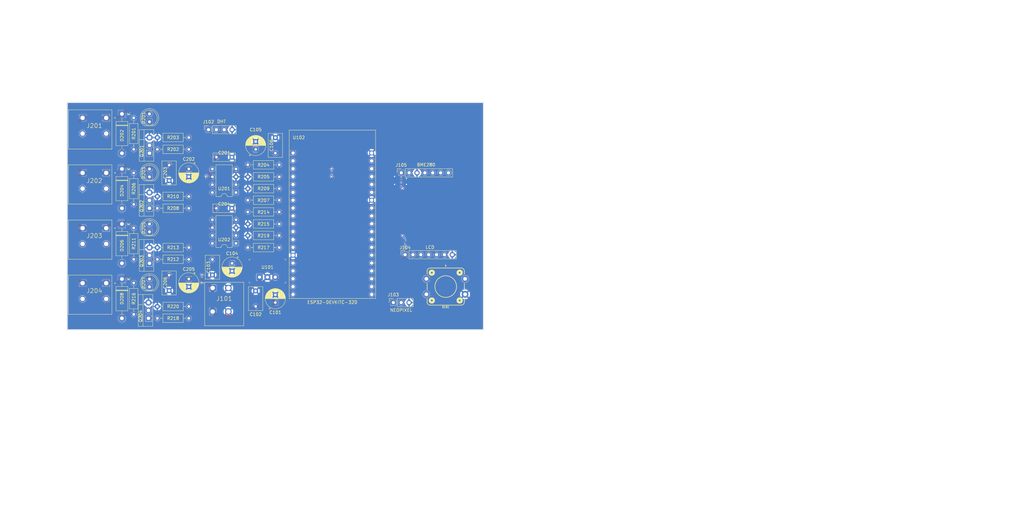
<source format=kicad_pcb>
(kicad_pcb (version 20211014) (generator pcbnew)
  (title_block (title "ESP32-Sprinkler-System") (date "2022-06-06") (rev "1") (company "J & R Creative Technologies Inc.") (comment 1 "@RangenMichael") (comment 2 "https://twitter.com/RangenMichael") (comment 3 "MIT License") (comment 4 "https://github.com/mrangen/ESP32-Sprinkler-System"))
  (layers (0 "F.Cu" signal) (31 "B.Cu" power) (34 "B.Paste" user) (35 "F.Paste" user) (36 "B.SilkS" user "B.Silkscreen") (37 "F.SilkS" user "F.Silkscreen") (38 "B.Mask" user) (39 "F.Mask" user) (44 "Edge.Cuts" user))
  (net 0 "")
  (net 1 "GND")
  (net 2 "5V")
  (net 3 "Net-(D201-Pad1)")
  (net 4 "3.3V")
  (net 5 "12V")
  (net 6 "Net-(D203-Pad1)")
  (net 7 "Net-(D205-Pad1)")
  (net 8 "Net-(D206-Pad2)")
  (net 9 "Net-(D207-Pad1)")
  (net 10 "Net-(D208-Pad2)")
  (net 11 "DHT")
  (net 13 "NEOPIXEL")
  (net 14 "CS")
  (net 15 "SCK")
  (net 16 "MOSI")
  (net 17 "D{slash}C")
  (net 18 "BACKLIGHT")
  (net 20 "SCL")
  (net 22 "SDA")
  (net 24 "Valve1")
  (net 25 "Net-(R204-Pad2)")
  (net 26 "Valve2")
  (net 27 "Net-(R207-Pad2)")
  (net 28 "Net-(R212-Pad1)")
  (net 29 "Valve3")
  (net 30 "Net-(R214-Pad2)")
  (net 31 "Valve4")
  (net 32 "Net-(R217-Pad2)")
  (net 33 "Net-(R218-Pad1)")
  (net 34 "SW_A")
  (net 42 "Valve5")
  (net 58 "Net-(D202-Pad2)")
  (net 59 "Net-(D204-Pad2)")
  (net 60 "Net-(Q201-Pad1)")
  (net 61 "Net-(Q202-Pad1)")
  (net 62 "Net-(Q203-Pad1)")
  (net 63 "Net-(Q204-Pad1)")
  (net 64 "Net-(R202-Pad1)")
  (net 65 "Net-(R208-Pad1)")
  (footprint "Package_DIP:DIP-8_W7.62mm" (layer "F.Cu") (at 112.61 106.68 180)
    (fp_text reference "U202")
    (fp_text value "MC33152PG")
  )
  (footprint "Capacitor_THT:CP_Radial_D6.3mm_P2.50mm" (layer "F.Cu") (at 97.38 82.64 -90)
    (fp_text reference "C202")
    (fp_text value "270uF_16V")
  )
  (footprint "TBL004-508-02BE-2GY:CUI_TBL004-508-02BE-2GY" (layer "F.Cu") (at 70.71 101.77 -90)
    (fp_text reference "J203")
    (fp_text value "TBL004-508-02BE-2GY")
  )
  (footprint "Resistor_THT:R_Axial_DIN0207_L6.3mm_D2.5mm_P10.16mm_Horizontal" (layer "F.Cu") (at 126.59 88.99 180)
    (fp_text reference "R209")
    (fp_text value "10k")
  )
  (footprint "Connector_PinSocket_2.54mm:PinSocket_1x07_P2.54mm_Vertical" (layer "F.Cu") (at 165.98 83.885 90)
    (fp_text reference "J105")
    (fp_text value "BME280")
  )
  (footprint "Package_DIP:DIP-8_W7.62mm" (layer "F.Cu") (at 112.61 90.25 180)
    (fp_text reference "U201")
    (fp_text value "MC33152PG")
  )
  (footprint "Resistor_THT:R_Axial_DIN0207_L6.3mm_D2.5mm_P10.16mm_Horizontal" (layer "F.Cu") (at 126.59 92.72 180)
    (fp_text reference "R207")
    (fp_text value "1k")
  )
  (footprint "Capacitor_THT:CP_Radial_D6.3mm_P2.50mm" (layer "F.Cu") (at 125.32 125.82 90)
    (fp_text reference "C101")
    (fp_text value "270uF_16V")
  )
  (footprint "Capacitor_THT:CP_Radial_D6.3mm_P2.50mm" (layer "F.Cu") (at 97.38 118.2 -90)
    (fp_text reference "C205")
    (fp_text value "270uF_16V")
  )
  (footprint "Resistor_THT:R_Axial_DIN0207_L6.3mm_D2.5mm_P10.16mm_Horizontal" (layer "F.Cu") (at 97.38 130.9 180)
    (fp_text reference "R218")
    (fp_text value "12_MetFilm_1W")
  )
  (footprint "Resistor_THT:R_Axial_DIN0207_L6.3mm_D2.5mm_P10.16mm_Horizontal" (layer "F.Cu") (at 126.59 96.53 180)
    (fp_text reference "R214")
    (fp_text value "1k")
  )
  (footprint "Resistor_THT:R_Axial_DIN0207_L6.3mm_D2.5mm_P10.16mm_Horizontal" (layer "F.Cu") (at 97.38 95.34 180)
    (fp_text reference "R208")
    (fp_text value "12_MetFilm_1W")
  )
  (footprint "LED_THT:LED_D5.0mm" (layer "F.Cu") (at 84.68 67.4 90)
    (fp_text reference "D201")
    (fp_text value "5mm")
  )
  (footprint "Resistor_THT:R_Axial_DIN0207_L6.3mm_D2.5mm_P10.16mm_Horizontal" (layer "F.Cu") (at 126.59 104.15 180)
    (fp_text reference "R219")
    (fp_text value "10k")
  )
  (footprint "TBL004-508-02BE-2GY:CUI_TBL004-508-02BE-2GY" (layer "F.Cu") (at 105.08 121.1075)
    (fp_text reference "J101")
    (fp_text value "12V")
  )
  (footprint "Resistor_THT:R_Axial_DIN0207_L6.3mm_D2.5mm_P10.16mm_Horizontal" (layer "F.Cu") (at 79.6 101.69 -90)
    (fp_text reference "R211")
    (fp_text value "1k")
  )
  (footprint "Diode_THT:D_DO-15_P12.70mm_Horizontal" (layer "F.Cu") (at 75.79 64.86 -90)
    (fp_text reference "D202")
    (fp_text value "SB240E-G")
  )
  (footprint "LED_THT:LED_D5.0mm" (layer "F.Cu") (at 84.68 102.96 90)
    (fp_text reference "D205")
    (fp_text value "5mm")
  )
  (footprint "Resistor_THT:R_Axial_DIN0207_L6.3mm_D2.5mm_P10.16mm_Horizontal" (layer "F.Cu") (at 126.59 100.42 180)
    (fp_text reference "R215")
    (fp_text value "10k")
  )
  (footprint "Switches:TACTILE_SWITCH_PTH_12MM" (layer "F.Cu") (at 180.34 120.65 180)
    (fp_text reference "S101")
    (fp_text value "A")
  )
  (footprint "Diode_THT:D_DO-15_P12.70mm_Horizontal" (layer "F.Cu") (at 75.79 118.2 -90)
    (fp_text reference "D208")
    (fp_text value "SB240E-G")
  )
  (footprint "digikey-footprints:3-SIP_Module_V7805-500" (layer "F.Cu") (at 120.23 117.61)
    (fp_text reference "U101")
    (fp_text value "V7805-500")
  )
  (footprint "Capacitor_THT:C_Rect_L7.0mm_W2.5mm_P5.00mm" (layer "F.Cu") (at 106.27 95.34)
    (fp_text reference "C204")
    (fp_text value "0.1uF_Film_63V")
  )
  (footprint "Diode_THT:D_DO-15_P12.70mm_Horizontal" (layer "F.Cu") (at 75.79 100.42 -90)
    (fp_text reference "D206")
    (fp_text value "SB240E-G")
  )
  (footprint "Resistor_THT:R_Axial_DIN0207_L6.3mm_D2.5mm_P10.16mm_Horizontal" (layer "F.Cu") (at 79.6 66.13 -90)
    (fp_text reference "R201")
    (fp_text value "1k")
  )
  (footprint "Resistor_THT:R_Axial_DIN0207_L6.3mm_D2.5mm_P10.16mm_Horizontal" (layer "F.Cu") (at 97.38 72.48 180)
    (fp_text reference "R203")
    (fp_text value "10k")
  )
  (footprint "Resistor_THT:R_Axial_DIN0207_L6.3mm_D2.5mm_P10.16mm_Horizontal" (layer "F.Cu") (at 79.6 119.47 -90)
    (fp_text reference "R216")
    (fp_text value "1k")
  )
  (footprint "Resistor_THT:R_Axial_DIN0207_L6.3mm_D2.5mm_P10.16mm_Horizontal" (layer "F.Cu") (at 97.38 127.09 180)
    (fp_text reference "R220")
    (fp_text value "10k")
  )
  (footprint "Package_TO_SOT_THT:TO-220-3_Vertical" (layer "F.Cu") (at 84.355 130.9 90)
    (fp_text reference "Q204")
    (fp_text value "IRFZ24NPBF")
  )
  (footprint "LED_THT:LED_D5.0mm" (layer "F.Cu") (at 84.68 85.18 90)
    (fp_text reference "D203")
    (fp_text value "5mm")
  )
  (footprint "Resistor_THT:R_Axial_DIN0207_L6.3mm_D2.5mm_P10.16mm_Horizontal" (layer "F.Cu") (at 126.59 108.04 180)
    (fp_text reference "R217")
    (fp_text value "1k")
  )
  (footprint "Capacitor_THT:C_Rect_L7.0mm_W2.5mm_P5.00mm" (layer "F.Cu") (at 106.31 78.83)
    (fp_text reference "C201")
    (fp_text value "0.1uF_Film_63V")
  )
  (footprint "TBL004-508-02BE-2GY:CUI_TBL004-508-02BE-2GY" (layer "F.Cu") (at 70.71 119.55 -90)
    (fp_text reference "J204")
    (fp_text value "TBL004-508-02BE-2GY")
  )
  (footprint "Resistor_THT:R_Axial_DIN0207_L6.3mm_D2.5mm_P10.16mm_Horizontal" (layer "F.Cu") (at 97.38 76.29 180)
    (fp_text reference "R202")
    (fp_text value "12_MetFilm_1W")
  )
  (footprint "Capacitor_THT:C_Disc_D7.5mm_W4.4mm_P5.00mm" (layer "F.Cu") (at 105 111.89 -90)
    (fp_text reference "C103")
    (fp_text value "1uF_Cer_50V")
  )
  (footprint "Resistor_THT:R_Axial_DIN0207_L6.3mm_D2.5mm_P10.16mm_Horizontal" (layer "F.Cu") (at 97.38 91.53 180)
    (fp_text reference "R210")
    (fp_text value "10k")
  )
  (footprint "Connector_PinSocket_2.54mm:PinSocket_1x07_P2.54mm_Vertical" (layer "F.Cu") (at 167.216 110.3507 90)
    (fp_text reference "J104")
    (fp_text value "LCD")
  )
  (footprint "Resistor_THT:R_Axial_DIN0207_L6.3mm_D2.5mm_P10.16mm_Horizontal" (layer "F.Cu") (at 79.6 83.91 -90)
    (fp_text reference "R206")
    (fp_text value "1k")
  )
  (footprint "Diode_THT:D_DO-15_P12.70mm_Horizontal" (layer "F.Cu") (at 75.79 82.64 -90)
    (fp_text reference "D204")
    (fp_text value "SB240E-G")
  )
  (footprint "Connector_PinSocket_2.54mm:PinSocket_1x04_P2.54mm_Vertical" (layer "F.Cu") (at 103.73 69.94 90)
    (fp_text reference "J102")
    (fp_text value "DHT")
  )
  (footprint "Capacitor_THT:C_Disc_D7.5mm_W4.4mm_P5.00mm" (layer "F.Cu") (at 118.97 127.05 90)
    (fp_text reference "C102")
    (fp_text value "1uF_Cer_50V")
  )
  (footprint "ESP32-DEVKITC-32D:MODULE_ESP32-DEVKITC-32D" (layer "F.Cu") (at 143.735 97.245)
    (fp_text reference "U102")
    (fp_text value "ESP32-DEVKITC-32D")
  )
  (footprint "Package_TO_SOT_THT:TO-220-3_Vertical" (layer "F.Cu") (at 84.68 113.12 90)
    (fp_text reference "Q203")
    (fp_text value "IRFZ24NPBF")
  )
  (footprint "Capacitor_THT:C_Disc_D7.5mm_W4.4mm_P5.00mm" (layer "F.Cu") (at 91.03 81.41 -90)
    (fp_text reference "C203")
    (fp_text value "1uF_Cer_50V")
  )
  (footprint "Capacitor_THT:CP_Radial_D6.3mm_P2.50mm" (layer "F.Cu") (at 118.97 76.29 90)
    (fp_text reference "C105")
    (fp_text value "270uF_16V")
  )
  (footprint "Capacitor_THT:CP_Radial_D6.3mm_P2.50mm" (layer "F.Cu") (at 111.35 113.12 -90)
    (fp_text reference "C104")
    (fp_text value "270uF_16V")
  )
  (footprint "LED_THT:LED_D5.0mm" (layer "F.Cu") (at 84.68 120.74 90)
    (fp_text reference "D207")
    (fp_text value "5mm")
  )
  (footprint "TBL004-508-02BE-2GY:CUI_TBL004-508-02BE-2GY" (layer "F.Cu") (at 70.71 83.91 -90)
    (fp_text reference "J202")
    (fp_text value "TBL004-508-02BE-2GY")
  )
  (footprint "Resistor_THT:R_Axial_DIN0207_L6.3mm_D2.5mm_P10.16mm_Horizontal" (layer "F.Cu") (at 97.38 111.85 180)
    (fp_text reference "R212")
    (fp_text value "12_MetFilm_1W")
  )
  (footprint "Resistor_THT:R_Axial_DIN0207_L6.3mm_D2.5mm_P10.16mm_Horizontal" (layer "F.Cu") (at 126.59 81.29 180)
    (fp_text reference "R204")
    (fp_text value "1k")
  )
  (footprint "Package_TO_SOT_THT:TO-220-3_Vertical" (layer "F.Cu") (at 84.68 77.56 90)
    (fp_text reference "Q201")
    (fp_text value "IRFZ24NPBF")
  )
  (footprint "Connector_PinSocket_2.54mm:PinSocket_1x03_P2.54mm_Vertical" (layer "F.Cu") (at 163.42 125.82 90)
    (fp_text reference "J103")
    (fp_text value "NEOPIXEL")
  )
  (footprint "TBL004-508-02BE-2GY:CUI_TBL004-508-02BE-2GY" (layer "F.Cu") (at 70.71 66.13 -90)
    (fp_text reference "J201")
    (fp_text value "TBL004-508-02BE-2GY")
  )
  (footprint "Capacitor_THT:C_Disc_D7.5mm_W4.4mm_P5.00mm" (layer "F.Cu") (at 91.03 116.97 -90)
    (fp_text reference "C206")
    (fp_text value "1uF_Cer_50V")
  )
  (footprint "Capacitor_THT:C_Disc_D7.5mm_W4.4mm_P5.00mm" (layer "F.Cu") (at 125.32 77.52 90)
    (fp_text reference "C106")
    (fp_text value "1uF_Cer_50V")
  )
  (footprint "Resistor_THT:R_Axial_DIN0207_L6.3mm_D2.5mm_P10.16mm_Horizontal" (layer "F.Cu") (at 97.38 108.04 180)
    (fp_text reference "R213")
    (fp_text value "10k")
  )
  (footprint "Package_TO_SOT_THT:TO-220-3_Vertical" (layer "F.Cu") (at 84.68 95.34 90)
    (fp_text reference "Q202")
    (fp_text value "IRFZ24NPBF")
  )
  (footprint "Resistor_THT:R_Axial_DIN0207_L6.3mm_D2.5mm_P10.16mm_Horizontal" (layer "F.Cu") (at 126.59 85.18 180)
    (fp_text reference "R205")
    (fp_text value "10k")
  )
  (gr_rect (start 58.01 61.05) (end 192.63 134.71) (layer "Edge.Cuts") (width 0.1) (fill none))
  (segment (start 164.889259 85.7105) (end 167.64 85.7105) (width 0.3) (layer "F.Cu") (net 1))
  (segment (start 163.83 85.09) (end 164.14025 85.40025) (width 0.3) (layer "F.Cu") (net 1))
  (segment (start 167.64 87.63) (end 163.83 87.63) (width 0.3) (layer "F.Cu") (net 1))
  (via (at 163.83 87.63) (size 0.8) (drill 0.4) (layers "F.Cu" "B.Cu") (net 1))
  (via (at 167.64 85.7105) (size 0.8) (drill 0.4) (layers "F.Cu" "B.Cu") (net 1))
  (via (at 163.83 85.09) (size 0.8) (drill 0.4) (layers "F.Cu" "B.Cu") (net 1))
  (via (at 167.64 87.63) (size 0.8) (drill 0.4) (layers "F.Cu" "B.Cu") (net 1))
  (arc (start 164.14025 85.40025) (mid 164.483898 85.629868) (end 164.889259 85.7105) (width 0.3) (layer "F.Cu") (net 1))
  (segment (start 112.219741 113.12) (end 118.566036 113.12) (width 0.3) (layer "F.Cu") (net 2))
  (segment (start 135.499084 125.82) (end 163.42 125.82) (width 0.3) (layer "F.Cu") (net 2))
  (segment (start 132.3425 124.5125) (end 131.080961 123.250961) (width 0.3) (layer "F.Cu") (net 2))
  (segment (start 125.31 117.61) (end 122.413792 114.713792) (width 0.3) (layer "F.Cu") (net 2))
  (segment (start 109.250258 111.89) (end 105 111.89) (width 0.3) (layer "F.Cu") (net 2))
  (segment (start 125.31 117.61) (end 130.859038 123.159038) (width 0.3) (layer "F.Cu") (net 2))
  (arc (start 130.859038 123.159038) (mid 130.909947 123.193054) (end 130.97 123.205) (width 0.3) (layer "F.Cu") (net 2))
  (arc (start 110.735 112.505) (mid 110.053794 112.049833) (end 109.250258 111.89) (width 0.3) (layer "F.Cu") (net 2))
  (arc (start 110.735 112.505) (mid 111.416205 112.960166) (end 112.219741 113.12) (width 0.3) (layer "F.Cu") (net 2))
  (arc (start 131.080961 123.250961) (mid 131.030051 123.216944) (end 130.97 123.205) (width 0.3) (layer "F.Cu") (net 2))
  (arc (start 132.3425 124.5125) (mid 133.790753 125.480191) (end 135.499084 125.82) (width 0.3) (layer "F.Cu") (net 2))
  (arc (start 122.413792 114.713792) (mid 120.648426 113.534213) (end 118.566036 113.12) (width 0.3) (layer "F.Cu") (net 2))
  (segment (start 84.045 66.765) (end 84.68 67.4) (width 0.3) (layer "F.Cu") (net 3))
  (segment (start 82.511974 66.13) (end 79.6 66.13) (width 0.3) (layer "F.Cu") (net 3))
  (arc (start 84.045 66.765) (mid 83.341641 66.295031) (end 82.511974 66.13) (width 0.3) (layer "F.Cu") (net 3))
  (segment (start 125.379748 77.485) (end 131.035 77.485) (width 0.3) (layer "F.Cu") (net 4))
  (segment (start 118.100258 76.29) (end 112.333963 76.29) (width 0.3) (layer "F.Cu") (net 4))
  (segment (start 166.37 104.14) (end 166.37 88.9) (width 0.3) (layer "F.Cu") (net 4))
  (segment (start 139.688963 83.885) (end 165.98 83.885) (width 0.3) (layer "F.Cu") (net 4))
  (segment (start 125.295251 77.52) (end 121.069741 77.52) (width 0.3) (layer "F.Cu") (net 4))
  (segment (start 135.841207 82.291207) (end 131.035 77.485) (width 0.3) (layer "F.Cu") (net 4))
  (segment (start 108.486207 74.696207) (end 103.73 69.94) (width 0.3) (layer "F.Cu") (net 4))
  (via (at 166.37 88.9) (size 0.8) (drill 0.4) (layers "F.Cu" "B.Cu") (net 4))
  (via (at 166.37 104.14) (size 0.8) (drill 0.4) (layers "F.Cu" "B.Cu") (net 4))
  (arc (start 119.585 76.905) (mid 118.903794 76.449833) (end 118.100258 76.29) (width 0.3) (layer "F.Cu") (net 4))
  (arc (start 125.3375 77.5025) (mid 125.318116 77.515451) (end 125.295251 77.52) (width 0.3) (layer "F.Cu") (net 4))
  (arc (start 108.486207 74.696207) (mid 110.251572 75.875786) (end 112.333963 76.29) (width 0.3) (layer "F.Cu") (net 4))
  (arc (start 119.585 76.905) (mid 120.266205 77.360166) (end 121.069741 77.52) (width 0.3) (layer "F.Cu") (net 4))
  (arc (start 125.379748 77.485) (mid 125.356883 77.489548) (end 125.3375 77.5025) (width 0.3) (layer "F.Cu") (net 4))
  (arc (start 135.841207 82.291207) (mid 137.606572 83.470786) (end 139.688963 83.885) (width 0.3) (layer "F.Cu") (net 4))
  (segment (start 166.793 104.563) (end 166.37 104.14) (width 0.3) (layer "B.Cu") (net 4))
  (segment (start 166.37 88.9) (end 166.175 88.705) (width 0.3) (layer "B.Cu") (net 4))
  (segment (start 165.98 88.234228) (end 165.98 83.885) (width 0.3) (layer "B.Cu") (net 4))
  (segment (start 167.216 105.584212) (end 167.216 110.3507) (width 0.3) (layer "B.Cu") (net 4))
  (arc (start 166.793 104.563) (mid 167.106065 105.031536) (end 167.216 105.584212) (width 0.3) (layer "B.Cu") (net 4))
  (arc (start 165.98 88.234228) (mid 166.030678 88.489008) (end 166.175 88.705) (width 0.3) (layer "B.Cu") (net 4))
  (segment (start 75.34 65.31) (end 75.155 65.495) (width 1) (layer "F.Cu") (net 5))
  (segment (start 70.71 66.13) (end 73.621974 66.13) (width 1) (layer "F.Cu") (net 5))
  (segment (start 76.24 82.19) (end 75.34 83.09) (width 1) (layer "F.Cu") (net 5))
  (segment (start 63.09 119.55) (end 70.71 119.55) (width 1) (layer "F.Cu") (net 5))
  (segment (start 63.09 66.13) (end 61.82 67.4) (width 1) (layer "F.Cu") (net 5))
  (segment (start 106.27 95.34) (end 104.360746 97.249253) (width 1) (layer "F.Cu") (net 5))
  (segment (start 60.55 88.246051) (end 60.55 97.433948) (width 1) (layer "F.Cu") (net 5))
  (segment (start 76.24 64.41) (end 75.34 65.31) (width 1) (layer "F.Cu") (net 5))
  (segment (start 61.82 82.64) (end 63.09 83.91) (width 1) (layer "F.Cu") (net 5))
  (segment (start 85.295 82.025) (end 85.13 82.19) (width 1) (layer "F.Cu") (net 5))
  (segment (start 71.385 101.095) (end 70.71 101.77) (width 1) (layer "F.Cu") (net 5))
  (segment (start 102.759318 88.978012) (end 102.759318 89.615) (width 1) (layer "F.Cu") (net 5))
  (segment (start 60.55 79.573948) (end 60.55 70.466051) (width 1) (layer "F.Cu") (net 5))
  (segment (start 73.014594 100.42) (end 75.153603 100.42) (width 1) (layer "F.Cu") (net 5))
  (segment (start 77.326396 63.96) (end 83.143603 63.96) (width 1) (layer "F.Cu") (net 5))
  (segment (start 77.326396 117.3) (end 83.143603 117.3) (width 1) (layer "F.Cu") (net 5))
  (segment (start 100.116587 118.2) (end 97.38 118.2) (width 1) (layer "F.Cu") (net 5))
  (segment (start 70.71 101.77) (end 63.09 101.77) (width 1) (layer "F.Cu") (net 5))
  (segment (start 61.82 118.28) (end 63.09 119.55) (width 1) (layer "F.Cu") (net 5))
  (segment (start 120.23 119.17) (end 120.23 117.61) (width 1) (layer "F.Cu") (net 5))
  (segment (start 117.236292 128.783707) (end 118.97 127.05) (width 1) (layer "F.Cu") (net 5))
  (segment (start 73.485405 119.55) (end 70.71 119.55) (width 1) (layer "F.Cu") (net 5))
  (segment (start 61.82 100.5) (end 63.09 101.77) (width 1) (layer "F.Cu") (net 5))
  (segment (start 124.705 126.435) (end 125.32 125.82) (width 1) (layer "F.Cu") (net 5))
  (segment (start 85.295 117.585) (end 85.13 117.75) (width 1) (layer "F.Cu") (net 5))
  (segment (start 104.29 100.9) (end 104.99 101.6) (width 1) (layer "F.Cu") (net 5))
  (segment (start 70.71 83.91) (end 73.621974 83.91) (width 1) (layer "F.Cu") (net 5))
  (segment (start 63.09 66.13) (end 70.71 66.13) (width 1) (layer "F.Cu") (net 5))
  (segment (start 75.34 83.09) (end 75.155 83.275) (width 1) (layer "F.Cu") (net 5))
  (segment (start 77.326396 99.52) (end 83.143603 99.52) (width 1) (layer "F.Cu") (net 5))
  (segment (start 105.08 128.7275) (end 105.08 121.1075) (width 1) (layer "F.Cu") (net 5))
  (segment (start 107.896726 130.3775) (end 113.388536 130.3775) (width 1) (layer "F.Cu") (net 5))
  (segment (start 102.474142 82.654142) (end 104.99 85.17) (width 1) (layer "F.Cu") (net 5))
  (segment (start 105.905 129.5525) (end 105.08 128.7275) (width 1) (layer "F.Cu") (net 5))
  (segment (start 121.333086 121.833086) (end 125.32 125.82) (width 1) (layer "F.Cu") (net 5))
  (segment (start 93.129741 82.64) (end 97.38 82.64) (width 1) (layer "F.Cu") (net 5))
  (segment (start 61.82 85.18) (end 63.09 83.91) (width 1) (layer "F.Cu") (net 5))
  (segment (start 102.514142 82.625857) (end 106.31 78.83) (width 1) (layer "F.Cu") (net 5))
  (segment (start 84.23 64.41) (end 84.68 64.86) (width 1) (layer "F.Cu") (net 5))
  (segment (start 106.27 95.34) (end 104.325077 93.395077) (width 1) (layer "F.Cu") (net 5))
  (segment (start 90.160258 81.41) (end 86.779741 81.41) (width 1) (layer "F.Cu") (net 5))
  (segment (start 102.44 82.64) (end 97.38 82.64) (width 1) (layer "F.Cu") (net 5))
  (segment (start 103.59 99.21005) (end 103.59 99.11) (width 1) (layer "F.Cu") (net 5))
  (segment (start 60.55 115.213948) (end 60.55 106.106051) (width 1) (layer "F.Cu") (net 5))
  (segment (start 103.62625 119.65375) (end 105.08 121.1075) (width 1) (layer "F.Cu") (net 5))
  (segment (start 103.874659 86.285341) (end 104.99 85.17) (width 1) (layer "F.Cu") (net 5))
  (segment (start 102.44 82.64) (end 102.48 82.64) (width 1) (layer "F.Cu") (net 5))
  (segment (start 76.24 117.75) (end 75.34 118.65) (width 1) (layer "F.Cu") (net 5))
  (segment (start 93.129741 118.2) (end 97.38 118.2) (width 1) (layer "F.Cu") (net 5))
  (segment (start 75.34 118.65) (end 75.115 118.875) (width 1) (layer "F.Cu") (net 5))
  (segment (start 84.23 99.97) (end 84.68 100.42) (width 1) (layer "F.Cu") (net 5))
  (segment (start 123.220258 127.05) (end 118.97 127.05) (width 1) (layer "F.Cu") (net 5))
  (segment (start 61.82 103.04) (end 63.09 101.77) (width 1) (layer "F.Cu") (net 5))
  (segment (start 90.160258 116.97) (end 86.779741 116.97) (width 1) (layer "F.Cu") (net 5))
  (segment (start 77.326396 81.74) (end 83.143603 81.74) (width 1) (layer "F.Cu") (net 5))
  (segment (start 70.71 83.91) (end 63.09 83.91) (width 1) (layer "F.Cu") (net 5))
  (arc (start 103.874659 86.285341) (mid 103.049185 87.520749) (end 102.759318 88.978012) (width 1) (layer "F.Cu") (net 5))
  (arc (start 75.115 118.875) (mid 74.367335 119.374573) (end 73.485405 119.55) (width 1) (layer "F.Cu") (net 5))
  (arc (start 73.014594 100.42) (mid 72.132664 100.595426) (end 71.385 101.095) (width 1) (layer "F.Cu") (net 5))
  (arc (start 103.62625 119.65375) (mid 102.016002 118.577817) (end 100.116587 118.2) (width 1) (layer "F.Cu") (net 5))
  (arc (start 105.905 129.5525) (mid 106.818811 130.163089) (end 107.896726 130.3775) (width 1) (layer "F.Cu") (net 5))
  (arc (start 102.759318 89.615) (mid 103.166245 91.660763) (end 104.325077 93.395077) (width 1) (layer "F.Cu") (net 5))
  (arc (start 60.55 115.213948) (mid 60.880062 116.873283) (end 61.82 118.28) (width 1) (layer "F.Cu") (net 5))
  (arc (start 77.326396 117.3) (mid 76.738442 117.416951) (end 76.24 117.75) (width 1) (layer "F.Cu") (net 5))
  (arc (start 103.59 99.21005) (mid 103.771924 100.124644) (end 104.29 100.9) (width 1) (layer "F.Cu") (net 5))
  (arc (start 61.82 67.4) (mid 60.880062 68.806716) (end 60.55 70.466051) (width 1) (layer "F.Cu") (net 5))
  (arc (start 91.645 82.025) (mid 90.963794 81.569833) (end 90.160258 81.41) (width 1) (layer "F.Cu") (net 5))
  (arc (start 76.24 99.97) (mid 75.741556 100.303048) (end 75.153603 100.42) (width 1) (layer "F.Cu") (net 5))
  (arc (start 60.55 97.433948) (mid 60.880062 99.093283) (end 61.82 100.5) (width 1) (layer "F.Cu") (net 5))
  (arc (start 104.360746 97.249253) (mid 103.79031 98.102971) (end 103.59 99.11) (width 1) (layer "F.Cu") (net 5))
  (arc (start 84.23 82.19) (mid 84.68 82.376396) (end 85.13 82.19) (width 1) (layer "F.Cu") (net 5))
  (arc (start 60.55 79.573948) (mid 60.880062 81.233283) (end 61.82 82.64) (width 1) (layer "F.Cu") (net 5))
  (arc (start 124.705 126.435) (mid 124.023794 126.890166) (end 123.220258 127.05) (width 1) (layer "F.Cu") (net 5))
  (arc (start 102.474142 82.654142) (mid 102.458477 82.643675) (end 102.44 82.64) (width 1) (layer "F.Cu") (net 5))
  (arc (start 117.236292 128.783707) (mid 115.470926 129.963286) (end 113.388536 130.3775) (width 1) (layer "F.Cu") (net 5))
  (arc (start 61.82 103.04) (mid 60.880062 104.446716) (end 60.55 106.106051) (width 1) (layer "F.Cu") (net 5))
  (arc (start 77.326396 63.96) (mid 76.738442 64.076951) (end 76.24 64.41) (width 1) (layer "F.Cu") (net 5))
  (arc (start 77.326396 81.74) (mid 76.738442 81.856951) (end 76.24 82.19) (width 1) (layer "F.Cu") (net 5))
  (arc (start 75.155 65.495) (mid 74.451641 65.964968) (end 73.621974 66.13) (width 1) (layer "F.Cu") (net 5))
  (arc (start 91.645 117.585) (mid 90.963794 117.129833) (end 90.160258 116.97) (width 1) (layer "F.Cu") (net 5))
  (arc (start 86.779741 116.97) (mid 85.976205 117.129833) (end 85.295 117.585) (width 1) (layer "F.Cu") (net 5))
  (arc (start 61.82 85.18) (mid 60.880062 86.586716) (end 60.55 88.246051) (width 1) (layer "F.Cu") (net 5))
  (arc (start 84.23 117.75) (mid 83.731556 117.416951) (end 83.143603 117.3) (width 1) (layer "F.Cu") (net 5))
  (arc (start 84.23 99.97) (mid 83.731556 99.636951) (end 83.143603 99.52) (width 1) (layer "F.Cu") (net 5))
  (arc (start 91.645 82.025) (mid 92.326205 82.480166) (end 93.129741 82.64) (width 1) (layer "F.Cu") (net 5))
  (arc (start 102.48 82.64) (mid 102.472346 82.645113) (end 102.474142 82.654142) (width 1) (layer "F.Cu") (net 5))
  (arc (start 84.23 64.41) (mid 83.731556 64.076951) (end 83.143603 63.96) (width 1) (layer "F.Cu") (net 5))
  (arc (start 120.23 119.17) (mid 120.516682 120.611251) (end 121.333086 121.833086) (width 1) (layer "F.Cu") (net 5))
  (arc (start 75.155 83.275) (mid 74.451641 83.744968) (end 73.621974 83.91) (width 1) (layer "F.Cu") (net 5))
  (arc (start 91.645 117.585) (mid 92.326205 118.040166) (end 93.129741 118.2) (width 1) (layer "F.Cu") (net 5))
  (arc (start 102.514142 82.625857) (mid 102.498477 82.636324) (end 102.48 82.64) (width 1) (layer "F.Cu") (net 5))
  (arc (start 84.23 82.19) (mid 83.731556 81.856951) (end 83.143603 81.74) (width 1) (layer "F.Cu") (net 5))
  (arc (start 77.326396 99.52) (mid 76.738442 99.636951) (end 76.24 99.97) (width 1) (layer "F.Cu") (net 5))
  (arc (start 86.779741 81.41) (mid 85.976205 81.569833) (end 85.295 82.025) (width 1) (layer "F.Cu") (net 5))
  (arc (start 84.23 117.75) (mid 84.68 117.936396) (end 85.13 117.75) (width 1) (layer "F.Cu") (net 5))
  (segment (start 84.045 84.545) (end 84.68 85.18) (width 0.3) (layer "F.Cu") (net 6))
  (segment (start 82.511974 83.91) (end 79.6 83.91) (width 0.3) (layer "F.Cu") (net 6))
  (arc (start 84.045 84.545) (mid 83.341641 84.075031) (end 82.511974 83.91) (width 0.3) (layer "F.Cu") (net 6))
  (segment (start 82.511974 101.69) (end 79.6 101.69) (width 0.3) (layer "F.Cu") (net 7))
  (segment (start 84.045 102.325) (end 84.68 102.96) (width 0.3) (layer "F.Cu") (net 7))
  (arc (start 84.045 102.325) (mid 83.341641 101.855031) (end 82.511974 101.69) (width 0.3) (layer "F.Cu") (net 7))
  (segment (start 78.701974 111.85) (end 77.958025 111.85) (width 0.261) (layer "F.Cu") (net 8))
  (segment (start 70.115 106.85) (end 63.09 106.85) (width 0.261) (layer "F.Cu") (net 8))
  (segment (start 81.768025 110.58) (end 84.68 110.58) (width 0.261) (layer "F.Cu") (net 8))
  (segment (start 76.425 112.485) (end 75.79 113.12) (width 0.261) (layer "F.Cu") (net 8))
  (segment (start 75.79 113.12) (end 71.130728 108.460728) (width 0.261) (layer "F.Cu") (net 8))
  (arc (start 77.958025 111.85) (mid 77.128357 112.015031) (end 76.425 112.485) (width 0.261) (layer "F.Cu") (net 8))
  (arc (start 80.235 111.215) (mid 79.531641 111.684968) (end 78.701974 111.85) (width 0.261) (layer "F.Cu") (net 8))
  (arc (start 70.71 107.445) (mid 70.535728 107.024271) (end 70.115 106.85) (width 0.261) (layer "F.Cu") (net 8))
  (arc (start 81.768025 110.58) (mid 80.938357 110.745031) (end 80.235 111.215) (width 0.261) (layer "F.Cu") (net 8))
  (arc (start 70.71 107.445) (mid 70.819343 107.994708) (end 71.130728 108.460728) (width 0.261) (layer "F.Cu") (net 8))
  (segment (start 82.511974 119.47) (end 79.6 119.47) (width 0.3) (layer "F.Cu") (net 9))
  (segment (start 84.045 120.105) (end 84.68 120.74) (width 0.3) (layer "F.Cu") (net 9))
  (arc (start 84.045 120.105) (mid 83.341641 119.635031) (end 82.511974 119.47) (width 0.3) (layer "F.Cu") (net 9))
  (segment (start 78.701974 129.63) (end 77.958025 129.63) (width 0.3) (layer "F.Cu") (net 10))
  (segment (start 76.425 130.265) (end 75.79 130.9) (width 0.3) (layer "F.Cu") (net 10))
  (segment (start 70.71 124.63) (end 63.09 124.63) (width 0.3) (layer "F.Cu") (net 10))
  (segment (start 81.768025 128.36) (end 84.355 128.36) (width 0.3) (layer "F.Cu") (net 10))
  (segment (start 71.130728 126.240728) (end 75.79 130.9) (width 0.3) (layer "F.Cu") (net 10))
  (segment (start 70.71 125.225) (end 70.71 124.63) (width 0.3) (layer "F.Cu") (net 10))
  (arc (start 77.958025 129.63) (mid 77.128357 129.795031) (end 76.425 130.265) (width 0.3) (layer "F.Cu") (net 10))
  (arc (start 80.235 128.995) (mid 79.531641 129.464968) (end 78.701974 129.63) (width 0.3) (layer "F.Cu") (net 10))
  (arc (start 70.71 125.225) (mid 70.819343 125.774708) (end 71.130728 126.240728) (width 0.3) (layer "F.Cu") (net 10))
  (arc (start 81.768025 128.36) (mid 80.938357 128.525031) (end 80.235 128.995) (width 0.3) (layer "F.Cu") (net 10))
  (segment (start 156.33 100.345) (end 156.435 100.345) (width 0.3) (layer "F.Cu") (net 11))
  (segment (start 133.636036 74.93) (end 133.363144 74.93) (width 0.3) (layer "F.Cu") (net 11))
  (segment (start 156.150753 100.270753) (end 144.408025 88.528025) (width 0.3) (layer "F.Cu") (net 11))
  (segment (start 109.666207 73.336207) (end 106.27 69.94) (width 0.3) (layer "F.Cu") (net 11))
  (segment (start 113.513963 74.93) (end 128.676856 74.93) (width 0.3) (layer "F.Cu") (net 11))
  (segment (start 143.51 85.09) (end 143.51 86.36) (width 0.3) (layer "F.Cu") (net 11))
  (segment (start 133.363144 74.93) (end 128.676856 74.93) (width 0.3) (layer "F.Cu") (net 11))
  (segment (start 143.51 82.55) (end 137.483792 76.523792) (width 0.3) (layer "F.Cu") (net 11))
  (via (at 143.51 82.55) (size 0.8) (drill 0.4) (layers "F.Cu" "B.Cu") (net 11))
  (via (at 143.51 85.09) (size 0.8) (drill 0.4) (layers "F.Cu" "B.Cu") (net 11))
  (arc (start 143.51 86.36) (mid 143.743389 87.533326) (end 144.408025 88.528025) (width 0.3) (layer "F.Cu") (net 11))
  (arc (start 156.150753 100.270753) (mid 156.232992 100.325703) (end 156.33 100.345) (width 0.3) (layer "F.Cu") (net 11))
  (arc (start 137.483792 76.523792) (mid 135.718426 75.344213) (end 133.636036 74.93) (width 0.3) (layer "F.Cu") (net 11))
  (arc (start 109.666207 73.336207) (mid 111.431572 74.515786) (end 113.513963 74.93) (width 0.3) (layer "F.Cu") (net 11))
  (segment (start 143.51 82.55) (end 143.51 85.09) (width 0.3) (layer "B.Cu") (net 11))
  (segment (start 164.810951 121.420951) (end 156.435 113.045) (width 0.3) (layer "F.Cu") (net 13))
  (segment (start 165.96 124.195) (end 165.96 125.82) (width 0.3) (layer "F.Cu") (net 13))
  (arc (start 164.810951 121.420951) (mid 165.661371 122.693695) (end 165.96 124.195) (width 0.3) (layer "F.Cu") (net 13))
  (segment (start 169.004356 109.599056) (end 169.756 110.3507) (width 0.3) (layer "F.Cu") (net 14))
  (segment (start 157.465 97.023319) (end 157.465 97.67) (width 0.3) (layer "F.Cu") (net 14))
  (segment (start 158.437271 100.017271) (end 167.322343 108.902343) (width 0.3) (layer "F.Cu") (net 14))
  (segment (start 156.95 95.78) (end 156.435 95.265) (width 0.3) (layer "F.Cu") (net 14))
  (arc (start 169.004356 109.599056) (mid 168.618499 109.341234) (end 168.16335 109.2507) (width 0.3) (layer "F.Cu") (net 14))
  (arc (start 167.322343 108.902343) (mid 167.7082 109.160164) (end 168.16335 109.2507) (width 0.3) (layer "F.Cu") (net 14))
  (arc (start 157.465 97.67) (mid 157.717685 98.940334) (end 158.437271 100.017271) (width 0.3) (layer "F.Cu") (net 14))
  (arc (start 156.95 95.78) (mid 157.331155 96.350439) (end 157.465 97.023319) (width 0.3) (layer "F.Cu") (net 14))
  (segment (start 171.746 110.9007) (end 172.296 110.3507) (width 0.3) (layer "F.Cu") (net 15))
  (segment (start 156.551336 104.14) (end 133.228632 104.14) (width 0.3) (layer "F.Cu") (net 15))
  (segment (start 131.6775 104.7825) (end 131.035 105.425) (width 0.3) (layer "F.Cu") (net 15))
  (segment (start 168.369963 111.4507) (end 170.418182 111.4507) (width 0.3) (layer "F.Cu") (net 15))
  (segment (start 160.399092 105.733792) (end 164.522207 109.856907) (width 0.3) (layer "F.Cu") (net 15))
  (arc (start 164.522207 109.856907) (mid 166.287572 111.036486) (end 168.369963 111.4507) (width 0.3) (layer "F.Cu") (net 15))
  (arc (start 133.228632 104.14) (mid 132.389165 104.30698) (end 131.6775 104.7825) (width 0.3) (layer "F.Cu") (net 15))
  (arc (start 160.399092 105.733792) (mid 158.633726 104.554213) (end 156.551336 104.14) (width 0.3) (layer "F.Cu") (net 15))
  (arc (start 171.746 110.9007) (mid 171.136792 111.307759) (end 170.418182 111.4507) (width 0.3) (layer "F.Cu") (net 15))
  (segment (start 135.806207 108.273792) (end 131.035 113.045) (width 0.3) (layer "F.Cu") (net 16))
  (segment (start 161.419527 110.421207) (end 159.272112 108.273792) (width 0.3) (layer "F.Cu") (net 16))
  (segment (start 174.00385 111.18285) (end 174.836 110.3507) (width 0.3) (layer "F.Cu") (net 16))
  (segment (start 155.424356 106.68) (end 139.653963 106.68) (width 0.3) (layer "F.Cu") (net 16))
  (segment (start 165.267283 112.015) (end 171.994862 112.015) (width 0.3) (layer "F.Cu") (net 16))
  (arc (start 139.653963 106.68) (mid 137.571572 107.094213) (end 135.806207 108.273792) (width 0.3) (layer "F.Cu") (net 16))
  (arc (start 161.419527 110.421207) (mid 163.184892 111.600786) (end 165.267283 112.015) (width 0.3) (layer "F.Cu") (net 16))
  (arc (start 159.272112 108.273792) (mid 157.506746 107.094213) (end 155.424356 106.68) (width 0.3) (layer "F.Cu") (net 16))
  (arc (start 174.00385 111.18285) (mid 173.082118 111.798731) (end 171.994862 112.015) (width 0.3) (layer "F.Cu") (net 16))
  (segment (start 167.316207 106.356207) (end 159.648025 98.688025) (width 0.3) (layer "F.Cu") (net 17))
  (segment (start 155.92 97.29) (end 156.435 97.805) (width 0.3) (layer "F.Cu") (net 17))
  (segment (start 157.910147 94.410147) (end 158.115 94.615) (width 0.3) (layer "F.Cu") (net 17))
  (segment (start 171.163963 107.95) (end 173.277748 107.95) (width 0.3) (layer "F.Cu") (net 17))
  (segment (start 176.17565 109.15035) (end 177.376 110.3507) (width 0.3) (layer "F.Cu") (net 17))
  (segment (start 156.87168 93.98) (end 156.870312 93.98) (width 0.3) (layer "F.Cu") (net 17))
  (segment (start 155.405 96.04668) (end 155.405 95.445312) (width 0.3) (layer "F.Cu") (net 17))
  (segment (start 158.75 96.52) (end 158.75 96.148025) (width 0.3) (layer "F.Cu") (net 17))
  (arc (start 156.870312 93.98) (mid 156.309561 94.09154) (end 155.83418 94.40918) (width 0.3) (layer "F.Cu") (net 17))
  (arc (start 158.75 96.52) (mid 158.983389 97.693326) (end 159.648025 98.688025) (width 0.3) (layer "F.Cu") (net 17))
  (arc (start 155.83418 94.40918) (mid 155.51654 94.884561) (end 155.405 95.445312) (width 0.3) (layer "F.Cu") (net 17))
  (arc (start 158.115 94.615) (mid 158.584968 95.318357) (end 158.75 96.148025) (width 0.3) (layer "F.Cu") (net 17))
  (arc (start 155.405 96.04668) (mid 155.538844 96.719559) (end 155.92 97.29) (width 0.3) (layer "F.Cu") (net 17))
  (arc (start 157.910147 94.410147) (mid 157.433694 94.091791) (end 156.87168 93.98) (width 0.3) (layer "F.Cu") (net 17))
  (arc (start 176.17565 109.15035) (mid 174.846081 108.26196) (end 173.277748 107.95) (width 0.3) (layer "F.Cu") (net 17))
  (arc (start 167.316207 106.356207) (mid 169.081572 107.535786) (end 171.163963 107.95) (width 0.3) (layer "F.Cu") (net 17))
  (segment (start 156.435 108.07) (end 156.435 107.965) (width 0.3) (layer "F.Cu") (net 18))
  (segment (start 162.928963 112.415) (end 176.392019 112.415) (width 0.3) (layer "F.Cu") (net 18))
  (segment (start 156.509246 108.249246) (end 159.081207 110.821207) (width 0.3) (layer "F.Cu") (net 18))
  (segment (start 178.88385 111.38285) (end 179.916 110.3507) (width 0.3) (layer "F.Cu") (net 18))
  (arc (start 156.435 108.07) (mid 156.454295 108.167007) (end 156.509246 108.249246) (width 0.3) (layer "F.Cu") (net 18))
  (arc (start 159.081207 110.821207) (mid 160.846572 112.000786) (end 162.928963 112.415) (width 0.3) (layer "F.Cu") (net 18))
  (arc (start 178.88385 111.38285) (mid 177.740588 112.146752) (end 176.392019 112.415) (width 0.3) (layer "F.Cu") (net 18))
  (segment (start 172.94 83.225) (end 173.6 83.885) (width 0.3) (layer "F.Cu") (net 20))
  (segment (start 171.346619 82.565) (end 156.435 82.565) (width 0.3) (layer "F.Cu") (net 20))
  (arc (start 172.94 83.225) (mid 172.20895 82.736528) (end 171.346619 82.565) (width 0.3) (layer "F.Cu") (net 20))
  (segment (start 158.666207 87.953792) (end 156.435 90.185) (width 0.3) (layer "F.Cu") (net 22))
  (segment (start 162.513963 86.36) (end 174.45491 86.36) (width 0.3) (layer "F.Cu") (net 22))
  (segment (start 177.4425 85.1225) (end 178.68 83.885) (width 0.3) (layer "F.Cu") (net 22))
  (arc (start 162.513963 86.36) (mid 160.431572 86.774213) (end 158.666207 87.953792) (width 0.3) (layer "F.Cu") (net 22))
  (arc (start 177.4425 85.1225) (mid 176.071782 86.038384) (end 174.45491 86.36) (width 0.3) (layer "F.Cu") (net 22))
  (segment (start 129.271382 90.961382) (end 131.035 92.725) (width 0.3) (layer "F.Cu") (net 24))
  (segment (start 126.59 84.058976) (end 126.59 81.29) (width 0.3) (layer "F.Cu") (net 24))
  (segment (start 128.175367 87.88639) (end 128.175367 88.315367) (width 0.3) (layer "F.Cu") (net 24))
  (arc (start 128.175367 88.315367) (mid 128.460212 89.74738) (end 129.271382 90.961382) (width 0.3) (layer "F.Cu") (net 24))
  (arc (start 127.382683 85.972683) (mid 127.969355 86.850699) (end 128.175367 87.88639) (width 0.3) (layer "F.Cu") (net 24))
  (arc (start 126.59 84.058976) (mid 126.796011 85.094666) (end 127.382683 85.972683) (width 0.3) (layer "F.Cu") (net 24))
  (segment (start 115.905 81.815) (end 116.43 81.29) (width 0.3) (layer "F.Cu") (net 25))
  (segment (start 114.460761 85.859238) (end 112.61 87.71) (width 0.3) (layer "F.Cu") (net 25))
  (segment (start 115.38 83.64) (end 115.38 83.082462) (width 0.3) (layer "F.Cu") (net 25))
  (arc (start 115.38 83.64) (mid 115.141097 84.841043) (end 114.460761 85.859238) (width 0.3) (layer "F.Cu") (net 25))
  (arc (start 115.905 81.815) (mid 115.516443 82.396516) (end 115.38 83.082462) (width 0.3) (layer "F.Cu") (net 25))
  (segment (start 129.161751 93.391751) (end 131.035 95.265) (width 0.3) (layer "F.Cu") (net 26))
  (segment (start 126.59 92.72) (end 127.54 92.72) (width 0.3) (layer "F.Cu") (net 26))
  (segment (start 126.59 92.72) (end 126.59 88.99) (width 0.3) (layer "F.Cu") (net 26))
  (arc (start 129.161751 93.391751) (mid 128.417685 92.894582) (end 127.54 92.72) (width 0.3) (layer "F.Cu") (net 26))
  (segment (start 112.061226 88.769633) (end 112.899633 88.769633) (width 0.3) (layer "F.Cu") (net 27))
  (segment (start 116.43 91.875) (end 116.43 92.72) (width 0.3) (layer "F.Cu") (net 27))
  (segment (start 111.019267 87.727673) (end 111.019267 85.345551) (width 0.3) (layer "F.Cu") (net 27))
  (segment (start 111.814633 83.425366) (end 112.61 82.63) (width 0.3) (layer "F.Cu") (net 27))
  (segment (start 115.067658 89.667658) (end 115.832494 90.432494) (width 0.3) (layer "F.Cu") (net 27))
  (arc (start 115.832494 90.432494) (mid 116.274713 91.094321) (end 116.43 91.875) (width 0.3) (layer "F.Cu") (net 27))
  (arc (start 115.067658 89.667658) (mid 114.072959 89.003022) (end 112.899633 88.769633) (width 0.3) (layer "F.Cu") (net 27))
  (arc (start 111.019267 87.727673) (mid 111.098581 88.126413) (end 111.32445 88.46445) (width 0.3) (layer "F.Cu") (net 27))
  (arc (start 111.814633 83.425366) (mid 111.225975 84.306354) (end 111.019267 85.345551) (width 0.3) (layer "F.Cu") (net 27))
  (arc (start 111.32445 88.46445) (mid 111.662485 88.690318) (end 112.061226 88.769633) (width 0.3) (layer "F.Cu") (net 27))
  (segment (start 97.38 108.04) (end 97.38 111.85) (width 0.3) (layer "F.Cu") (net 28))
  (segment (start 103.135 104.14) (end 104.99 104.14) (width 0.3) (layer "F.Cu") (net 28))
  (segment (start 97.38 108.04) (end 99.968316 105.451683) (width 0.3) (layer "F.Cu") (net 28))
  (arc (start 103.135 104.14) (mid 101.421203 104.480895) (end 99.968316 105.451683) (width 0.3) (layer "F.Cu") (net 28))
  (segment (start 128.858438 96.53) (end 126.59 96.53) (width 0.3) (layer "F.Cu") (net 29))
  (segment (start 130.3975 97.1675) (end 131.035 97.805) (width 0.3) (layer "F.Cu") (net 29))
  (segment (start 126.59 96.53) (end 126.59 100.42) (width 0.3) (layer "F.Cu") (net 29))
  (arc (start 130.3975 97.1675) (mid 129.691372 96.69568) (end 128.858438 96.53) (width 0.3) (layer "F.Cu") (net 29))
  (segment (start 115.905 97.055) (end 116.43 96.53) (width 0.3) (layer "F.Cu") (net 30))
  (segment (start 114.040032 102.709967) (end 112.61 104.14) (width 0.3) (layer "F.Cu") (net 30))
  (segment (start 115.38 98.322462) (end 115.38 99.475) (width 0.3) (layer "F.Cu") (net 30))
  (arc (start 115.905 97.055) (mid 115.516443 97.636516) (end 115.38 98.322462) (width 0.3) (layer "F.Cu") (net 30))
  (arc (start 115.38 99.475) (mid 115.031753 101.225751) (end 114.040032 102.709967) (width 0.3) (layer "F.Cu") (net 30))
  (segment (start 126.59 104.47) (end 126.59 108.04) (width 0.3) (layer "F.Cu") (net 31))
  (segment (start 127.456274 103.923725) (end 131.035 100.345) (width 0.3) (layer "F.Cu") (net 31))
  (arc (start 126.91 104.15) (mid 126.683725 104.243725) (end 126.59 104.47) (width 0.3) (layer "F.Cu") (net 31))
  (arc (start 127.456274 103.923725) (mid 127.205641 104.091193) (end 126.91 104.15) (width 0.3) (layer "F.Cu") (net 31))
  (segment (start 114.350881 105.960881) (end 116.43 108.04) (width 0.3) (layer "F.Cu") (net 32))
  (segment (start 111.992942 105.239633) (end 112.609633 105.239633) (width 0.3) (layer "F.Cu") (net 32))
  (segment (start 111.019267 101.775551) (end 111.019267 104.265957) (width 0.3) (layer "F.Cu") (net 32))
  (segment (start 111.814633 99.855366) (end 112.61 99.06) (width 0.3) (layer "F.Cu") (net 32))
  (arc (start 111.019267 104.265957) (mid 111.093383 104.638566) (end 111.30445 104.95445) (width 0.3) (layer "F.Cu") (net 32))
  (arc (start 111.30445 104.95445) (mid 111.620332 105.165516) (end 111.992942 105.239633) (width 0.3) (layer "F.Cu") (net 32))
  (arc (start 111.814633 99.855366) (mid 111.225975 100.736354) (end 111.019267 101.775551) (width 0.3) (layer "F.Cu") (net 32))
  (arc (start 114.350881 105.960881) (mid 113.551989 105.427079) (end 112.609633 105.239633) (width 0.3) (layer "F.Cu") (net 32))
  (segment (start 105.515 99.585) (end 104.99 99.06) (width 0.3) (layer "F.Cu") (net 33))
  (segment (start 104.446206 110.183792) (end 102.947038 111.682961) (width 0.3) (layer "F.Cu") (net 33))
  (segment (start 106.04 106.336036) (end 106.04 100.852462) (width 0.3) (layer "F.Cu") (net 33))
  (segment (start 101.6 116.84) (end 101.6 114.935) (width 0.3) (layer "F.Cu") (net 33))
  (segment (start 97.38 127.09) (end 97.38 130.9) (width 0.3) (layer "F.Cu") (net 33))
  (segment (start 101.6 121.125) (end 101.6 119.38) (width 0.3) (layer "F.Cu") (net 33))
  (segment (start 97.38 127.09) (end 100.366098 124.103901) (width 0.3) (layer "F.Cu") (net 33))
  (via (at 101.6 116.84) (size 0.8) (drill 0.4) (layers "F.Cu" "B.Cu") (net 33))
  (via (at 101.6 119.38) (size 0.8) (drill 0.4) (layers "F.Cu" "B.Cu") (net 33))
  (arc (start 106.04 106.336036) (mid 105.625786 108.418426) (end 104.446206 110.183792) (width 0.3) (layer "F.Cu") (net 33))
  (arc (start 102.947038 111.682961) (mid 101.950083 113.175009) (end 101.6 114.935) (width 0.3) (layer "F.Cu") (net 33))
  (arc (start 101.6 121.125) (mid 101.279319 122.737169) (end 100.366098 124.103901) (width 0.3) (layer "F.Cu") (net 33))
  (arc (start 105.515 99.585) (mid 105.903556 100.166516) (end 106.04 100.852462) (width 0.3) (layer "F.Cu") (net 33))
  (segment (start 101.6 119.38) (end 101.6 116.84) (width 0.3) (layer "B.Cu") (net 33))
  (segment (start 185.42 84.346051) (end 185.42 109.506036) (width 0.3) (layer "F.Cu") (net 34))
  (segment (start 181.61 80.01) (end 180.350606 80.01) (width 0.3) (layer "F.Cu") (net 34))
  (segment (start 176.775396 118.15064) (end 174.0916 118.15064) (width 0.3) (layer "F.Cu") (net 34))
  (segment (start 180.623152 116.556847) (end 183.826207 113.353792) (width 0.3) (layer "F.Cu") (net 34))
  (segment (start 180.314393 80.025) (end 156.435 80.025) (width 0.3) (layer "F.Cu") (net 34))
  (segment (start 183.778025 80.908025) (end 184.15 81.28) (width 0.3) (layer "F.Cu") (net 34))
  (arc (start 180.3325 80.0175) (mid 180.324192 80.02305) (end 180.314393 80.025) (width 0.3) (layer "F.Cu") (net 34))
  (arc (start 184.15 81.28) (mid 185.089937 82.686716) (end 185.42 84.346051) (width 0.3) (layer "F.Cu") (net 34))
  (arc (start 185.42 109.506036) (mid 185.005786 111.588426) (end 183.826207 113.353792) (width 0.3) (layer "F.Cu") (net 34))
  (arc (start 183.778025 80.908025) (mid 182.783326 80.243389) (end 181.61 80.01) (width 0.3) (layer "F.Cu") (net 34))
  (arc (start 180.623152 116.556847) (mid 178.857786 117.736426) (end 176.775396 118.15064) (width 0.3) (layer "F.Cu") (net 34))
  (arc (start 180.350606 80.01) (mid 180.340807 80.011949) (end 180.3325 80.0175) (width 0.3) (layer "F.Cu") (net 34))
  (segment (start 76.425 76.925) (end 75.79 77.56) (width 0.3) (layer "F.Cu") (net 58))
  (segment (start 81.768025 75.02) (end 84.68 75.02) (width 0.3) (layer "F.Cu") (net 58))
  (segment (start 75.79 76.925) (end 75.79 77.56) (width 0.3) (layer "F.Cu") (net 58))
  (segment (start 78.701974 76.29) (end 77.958025 76.29) (width 0.3) (layer "F.Cu") (net 58))
  (segment (start 75.340987 75.840987) (end 70.71 71.21) (width 0.3) (layer "F.Cu") (net 58))
  (segment (start 70.71 71.21) (end 63.09 71.21) (width 0.3) (layer "F.Cu") (net 58))
  (arc (start 75.340987 75.840987) (mid 75.673305 76.338336) (end 75.79 76.925) (width 0.3) (layer "F.Cu") (net 58))
  (arc (start 80.235 75.655) (mid 79.531641 76.124968) (end 78.701974 76.29) (width 0.3) (layer "F.Cu") (net 58))
  (arc (start 81.768025 75.02) (mid 80.938357 75.185031) (end 80.235 75.655) (width 0.3) (layer "F.Cu") (net 58))
  (arc (start 77.958025 76.29) (mid 77.128357 76.455031) (end 76.425 76.925) (width 0.3) (layer "F.Cu") (net 58))
  (segment (start 78.701974 94.07) (end 77.958025 94.07) (width 0.261) (layer "F.Cu") (net 59))
  (segment (start 71.159012 90.709012) (end 75.79 95.34) (width 0.261) (layer "F.Cu") (net 59))
  (segment (start 70.71 88.99) (end 63.09 88.99) (width 0.261) (layer "F.Cu") (net 59))
  (segment (start 70.71 89.625) (end 70.71 88.99) (width 0.261) (layer "F.Cu") (net 59))
  (segment (start 76.425 94.705) (end 75.79 95.34) (width 0.261) (layer "F.Cu") (net 59))
  (segment (start 81.768025 92.8) (end 84.68 92.8) (width 0.261) (layer "F.Cu") (net 59))
  (arc (start 77.958025 94.07) (mid 77.128357 94.235031) (end 76.425 94.705) (width 0.261) (layer "F.Cu") (net 59))
  (arc (start 80.235 93.435) (mid 79.531641 93.904968) (end 78.701974 94.07) (width 0.261) (layer "F.Cu") (net 59))
  (arc (start 70.71 89.625) (mid 70.826694 90.211663) (end 71.159012 90.709012) (width 0.261) (layer "F.Cu") (net 59))
  (arc (start 81.768025 92.8) (mid 80.938357 92.965031) (end 80.235 93.435) (width 0.261) (layer "F.Cu") (net 59))
  (segment (start 85.500987 76.739012) (end 84.68 77.56) (width 0.3) (layer "F.Cu") (net 60))
  (segment (start 86.585 76.29) (end 87.22 76.29) (width 0.3) (layer "F.Cu") (net 60))
  (arc (start 86.585 76.29) (mid 85.998336 76.406694) (end 85.500987 76.739012) (width 0.3) (layer "F.Cu") (net 60))
  (segment (start 87.22 95.34) (end 84.68 95.34) (width 0.3) (layer "F.Cu") (net 61))
  (segment (start 85.500987 112.299012) (end 84.68 113.12) (width 0.3) (layer "F.Cu") (net 62))
  (segment (start 86.585 111.85) (end 87.22 111.85) (width 0.3) (layer "F.Cu") (net 62))
  (arc (start 86.585 111.85) (mid 85.998336 111.966694) (end 85.500987 112.299012) (width 0.3) (layer "F.Cu") (net 62))
  (segment (start 87.22 130.9) (end 84.355 130.9) (width 0.3) (layer "F.Cu") (net 63))
  (segment (start 97.38 76.29) (end 97.38 72.48) (width 0.3) (layer "F.Cu") (net 64))
  (segment (start 103.766412 76.29) (end 97.38 76.29) (width 0.3) (layer "F.Cu") (net 64))
  (segment (start 106.175 86.525) (end 104.99 87.71) (width 0.3) (layer "F.Cu") (net 64))
  (segment (start 107.36 83.664156) (end 107.36 79.883587) (width 0.3) (layer "F.Cu") (net 64))
  (arc (start 107.36 83.664156) (mid 107.052028 85.212433) (end 106.175 86.525) (width 0.3) (layer "F.Cu") (net 64))
  (arc (start 106.307462 77.342537) (mid 105.141618 76.563545) (end 103.766412 76.29) (width 0.3) (layer "F.Cu") (net 64))
  (arc (start 106.307462 77.342537) (mid 107.086454 78.50838) (end 107.36 79.883587) (width 0.3) (layer "F.Cu") (net 64))
  (segment (start 97.38 91.53) (end 97.38 95.34) (width 0.3) (layer "F.Cu") (net 65))
  (segment (start 102.653431 85.146568) (end 97.772444 90.027555) (width 0.3) (layer "F.Cu") (net 65))
  (segment (start 97.38 90.975) (end 97.38 91.53) (width 0.3) (layer "F.Cu") (net 65))
  (segment (start 102.79 85.09) (end 102.87 85.09) (width 0.3) (layer "F.Cu") (net 65))
  (via (at 102.87 85.09) (size 0.8) (drill 0.4) (layers "F.Cu" "B.Cu") (net 65))
  (arc (start 102.79 85.09) (mid 102.716089 85.104701) (end 102.653431 85.146568) (width 0.3) (layer "F.Cu") (net 65))
  (arc (start 97.772444 90.027555) (mid 97.481992 90.462246) (end 97.38 90.975) (width 0.3) (layer "F.Cu") (net 65))
  (segment (start 102.87 85.09) (end 103.719791 84.240208) (width 0.3) (layer "B.Cu") (net 65))
  (segment (start 103.960208 83.659791) (end 104.99 82.63) (width 0.3) (layer "B.Cu") (net 65))
  (arc (start 103.960208 83.659791) (mid 103.871241 83.79294) (end 103.84 83.95) (width 0.3) (layer "B.Cu") (net 65))
  (arc (start 103.84 83.95) (mid 103.808758 84.107059) (end 103.719791 84.240208) (width 0.3) (layer "B.Cu") (net 65))
  (zone (net 1) (net_name "GND") (layer "B.Cu") (connect_pads (clearance 0.1)) (min_thickness 0.254) (fill yes (thermal_gap 0.508) (thermal_bridge_width 0.508))
    (polygon (pts (xy 247.24 193.13) (xy 36.42 190.59) (xy 36.42 28.03) (xy 247.24 28.03)))
  )
)
</source>
